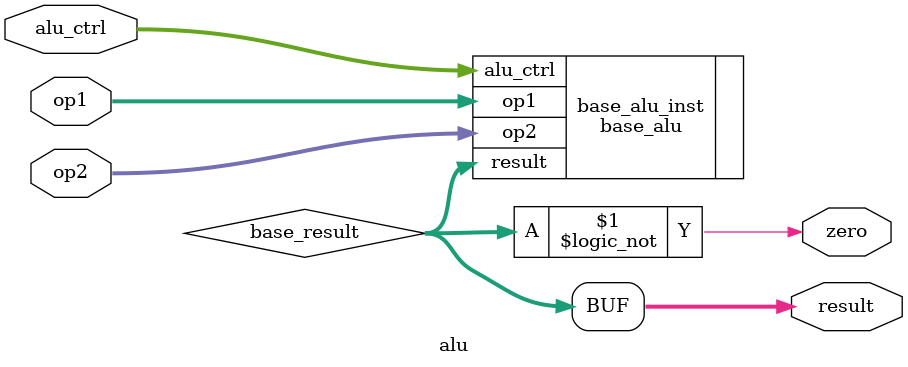
<source format=v>
module alu(
    input  wire [63:0] op1, op2,
    input  wire [3:0]  alu_ctrl,

    output wire [63:0] result,
    output wire        zero                
);
    wire [63:0] base_result;

    base_alu base_alu_inst (
        .op1(op1),
        .op2(op2),
        .alu_ctrl(alu_ctrl),
        .result(base_result)
    );

    assign result = base_result;

    assign zero = (base_result == 64'b0);

endmodule
</source>
